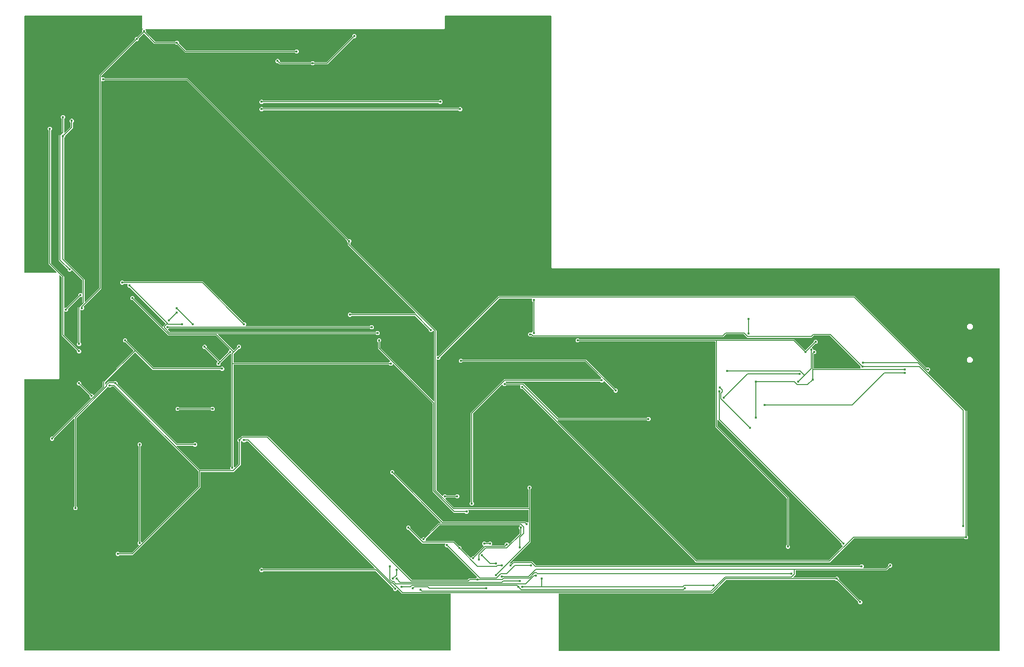
<source format=gbr>
G04 EAGLE Gerber RS-274X export*
G75*
%MOMM*%
%FSLAX34Y34*%
%LPD*%
%INBottom Copper*%
%IPPOS*%
%AMOC8*
5,1,8,0,0,1.08239X$1,22.5*%
G01*
G04 Define Apertures*
%ADD10C,0.127000*%
%ADD11C,0.452400*%
G36*
X-28764Y649398D02*
X-29059Y649328D01*
X-29358Y649379D01*
X-29613Y649542D01*
X-29785Y649792D01*
X-29845Y650090D01*
X-29845Y704369D01*
X-52482Y727006D01*
X-52645Y727248D01*
X-52705Y727545D01*
X-52705Y957984D01*
X-52649Y958270D01*
X-52482Y958523D01*
X-51078Y959927D01*
X-51078Y962853D01*
X-53147Y964922D01*
X-56073Y964922D01*
X-58142Y962853D01*
X-58142Y959927D01*
X-56738Y958523D01*
X-56575Y958282D01*
X-56515Y957984D01*
X-56515Y725651D01*
X-43008Y712144D01*
X-42855Y711924D01*
X-42785Y711629D01*
X-42836Y711330D01*
X-42999Y711075D01*
X-43249Y710903D01*
X-43547Y710843D01*
X-98076Y710843D01*
X-98351Y710894D01*
X-98606Y711058D01*
X-98778Y711308D01*
X-98838Y711605D01*
X-98838Y1157660D01*
X-98787Y1157935D01*
X-98623Y1158190D01*
X-98373Y1158362D01*
X-98076Y1158422D01*
X105476Y1158422D01*
X105751Y1158371D01*
X106006Y1158207D01*
X106178Y1157957D01*
X106238Y1157660D01*
X106238Y1136606D01*
X107211Y1135633D01*
X107369Y1135403D01*
X107434Y1135107D01*
X107378Y1134809D01*
X107211Y1134556D01*
X105688Y1133033D01*
X105688Y1129827D01*
X105695Y1129797D01*
X105639Y1129499D01*
X105472Y1129246D01*
X97581Y1121355D01*
X97340Y1121192D01*
X97042Y1121132D01*
X95057Y1121132D01*
X92988Y1119063D01*
X92988Y1117078D01*
X92932Y1116792D01*
X92765Y1116539D01*
X31115Y1054889D01*
X31115Y684365D01*
X31059Y684079D01*
X30892Y683826D01*
X7016Y659950D01*
X6796Y659797D01*
X6501Y659727D01*
X6202Y659778D01*
X5947Y659941D01*
X5775Y660192D01*
X5715Y660489D01*
X5715Y699289D01*
X-29622Y734626D01*
X-29785Y734868D01*
X-29845Y735165D01*
X-29845Y945284D01*
X-29789Y945570D01*
X-29622Y945823D01*
X-28218Y947227D01*
X-28218Y949212D01*
X-28162Y949498D01*
X-27995Y949751D01*
X-14605Y963141D01*
X-14605Y971954D01*
X-14549Y972240D01*
X-14382Y972493D01*
X-12978Y973897D01*
X-12978Y976823D01*
X-15047Y978892D01*
X-17973Y978892D01*
X-20042Y976823D01*
X-20042Y973897D01*
X-18638Y972493D01*
X-18475Y972252D01*
X-18415Y971954D01*
X-18415Y965035D01*
X-18471Y964749D01*
X-18638Y964496D01*
X-28544Y954590D01*
X-28764Y954437D01*
X-29059Y954367D01*
X-29358Y954418D01*
X-29613Y954581D01*
X-29785Y954832D01*
X-29845Y955129D01*
X-29845Y978304D01*
X-29789Y978590D01*
X-29622Y978843D01*
X-28218Y980247D01*
X-28218Y983173D01*
X-30287Y985242D01*
X-33213Y985242D01*
X-35282Y983173D01*
X-35282Y980247D01*
X-33878Y978843D01*
X-33715Y978602D01*
X-33655Y978304D01*
X-33655Y956145D01*
X-33711Y955859D01*
X-33878Y955606D01*
X-38735Y950749D01*
X-38735Y732001D01*
X-24075Y717341D01*
X-23912Y717100D01*
X-23852Y716802D01*
X-23852Y714817D01*
X-21783Y712748D01*
X-18857Y712748D01*
X-16682Y714923D01*
X-16582Y715086D01*
X-16334Y715261D01*
X-16038Y715326D01*
X-15740Y715271D01*
X-15487Y715103D01*
X1682Y697934D01*
X1845Y697693D01*
X1905Y697395D01*
X1905Y675490D01*
X1858Y675226D01*
X1699Y674968D01*
X1451Y674793D01*
X1155Y674728D01*
X857Y674783D01*
X604Y674951D01*
X193Y675362D01*
X-2733Y675362D01*
X-4802Y673293D01*
X-4802Y671308D01*
X-4858Y671022D01*
X-5025Y670769D01*
X-25609Y650185D01*
X-25851Y650022D01*
X-26148Y649962D01*
X-28133Y649962D01*
X-28544Y649551D01*
X-28764Y649398D01*
G37*
G36*
X1597364Y51825D02*
X1597067Y51765D01*
X831269Y52359D01*
X830995Y52410D01*
X830740Y52574D01*
X830568Y52824D01*
X830508Y53121D01*
X830508Y149601D01*
X830511Y151005D01*
X830562Y151278D01*
X830725Y151533D01*
X830976Y151705D01*
X831273Y151765D01*
X1098069Y151765D01*
X1121976Y175672D01*
X1122218Y175835D01*
X1122515Y175895D01*
X1311044Y175895D01*
X1311330Y175839D01*
X1311583Y175672D01*
X1312987Y174268D01*
X1314972Y174268D01*
X1315258Y174212D01*
X1315511Y174045D01*
X1351335Y138221D01*
X1351498Y137980D01*
X1351558Y137682D01*
X1351558Y135697D01*
X1353627Y133628D01*
X1356553Y133628D01*
X1358622Y135697D01*
X1358622Y138623D01*
X1356553Y140692D01*
X1354568Y140692D01*
X1354282Y140748D01*
X1354029Y140915D01*
X1318205Y176739D01*
X1318042Y176981D01*
X1317982Y177278D01*
X1317982Y179263D01*
X1315913Y181332D01*
X1312987Y181332D01*
X1311583Y179928D01*
X1311342Y179765D01*
X1311044Y179705D01*
X1239609Y179705D01*
X1239345Y179752D01*
X1239087Y179911D01*
X1238912Y180159D01*
X1238847Y180455D01*
X1238902Y180753D01*
X1239070Y181006D01*
X1242695Y184631D01*
X1242695Y191643D01*
X1242746Y191918D01*
X1242910Y192173D01*
X1243160Y192345D01*
X1243457Y192405D01*
X1401599Y192405D01*
X1406099Y196905D01*
X1406341Y197068D01*
X1406638Y197128D01*
X1408623Y197128D01*
X1410692Y199197D01*
X1410692Y202123D01*
X1408623Y204192D01*
X1405697Y204192D01*
X1403628Y202123D01*
X1403628Y200138D01*
X1403572Y199852D01*
X1403405Y199599D01*
X1400244Y196438D01*
X1400003Y196275D01*
X1399705Y196215D01*
X1361290Y196215D01*
X1361026Y196262D01*
X1360768Y196421D01*
X1360593Y196669D01*
X1360528Y196965D01*
X1360583Y197263D01*
X1360751Y197516D01*
X1361162Y197927D01*
X1361162Y200853D01*
X1359093Y202922D01*
X1356167Y202922D01*
X1354763Y201518D01*
X1354522Y201355D01*
X1354224Y201295D01*
X791045Y201295D01*
X790759Y201351D01*
X790506Y201518D01*
X784379Y207645D01*
X751051Y207645D01*
X747821Y204415D01*
X747580Y204252D01*
X747282Y204192D01*
X745936Y204192D01*
X745672Y204239D01*
X745414Y204398D01*
X745239Y204646D01*
X745174Y204942D01*
X745229Y205240D01*
X745397Y205493D01*
X781685Y241781D01*
X781685Y333144D01*
X781741Y333430D01*
X781908Y333683D01*
X783312Y335087D01*
X783312Y338013D01*
X781243Y340082D01*
X778317Y340082D01*
X776248Y338013D01*
X776248Y335087D01*
X777652Y333683D01*
X777815Y333442D01*
X777875Y333144D01*
X777875Y302387D01*
X777824Y302112D01*
X777660Y301857D01*
X777410Y301685D01*
X777113Y301625D01*
X648805Y301625D01*
X648519Y301681D01*
X648266Y301848D01*
X633637Y316477D01*
X633484Y316697D01*
X633414Y316992D01*
X633465Y317291D01*
X633628Y317546D01*
X633828Y317683D01*
X635327Y319182D01*
X635568Y319345D01*
X635866Y319405D01*
X650644Y319405D01*
X650930Y319349D01*
X651183Y319182D01*
X652587Y317778D01*
X655513Y317778D01*
X657582Y319847D01*
X657582Y322773D01*
X655513Y324842D01*
X652587Y324842D01*
X651183Y323438D01*
X650942Y323275D01*
X650644Y323215D01*
X635866Y323215D01*
X635580Y323271D01*
X635327Y323438D01*
X633923Y324842D01*
X630997Y324842D01*
X628822Y322667D01*
X628722Y322504D01*
X628474Y322329D01*
X628178Y322264D01*
X627880Y322319D01*
X627627Y322487D01*
X618078Y332036D01*
X617915Y332278D01*
X617855Y332575D01*
X617855Y558950D01*
X617902Y559214D01*
X618061Y559472D01*
X618309Y559647D01*
X618605Y559712D01*
X618903Y559657D01*
X619156Y559489D01*
X619567Y559078D01*
X622493Y559078D01*
X624562Y561147D01*
X624562Y563132D01*
X624618Y563418D01*
X624785Y563671D01*
X727006Y665892D01*
X727248Y666055D01*
X727545Y666115D01*
X783740Y666115D01*
X784004Y666068D01*
X784262Y665909D01*
X784437Y665661D01*
X784502Y665365D01*
X784447Y665067D01*
X784279Y664814D01*
X783868Y664403D01*
X783868Y661477D01*
X785272Y660073D01*
X785435Y659832D01*
X785495Y659534D01*
X785495Y609196D01*
X785439Y608910D01*
X785272Y608657D01*
X783865Y607250D01*
X783821Y607003D01*
X783662Y606745D01*
X783414Y606570D01*
X783118Y606505D01*
X782820Y606560D01*
X782567Y606728D01*
X782513Y606782D01*
X779587Y606782D01*
X777518Y604713D01*
X777518Y601787D01*
X779587Y599718D01*
X782513Y599718D01*
X782932Y600137D01*
X783162Y600295D01*
X783458Y600360D01*
X783756Y600304D01*
X784009Y600137D01*
X785341Y598805D01*
X1117119Y598805D01*
X1121976Y603662D01*
X1122218Y603825D01*
X1122515Y603885D01*
X1152055Y603885D01*
X1152341Y603829D01*
X1152594Y603662D01*
X1158721Y597535D01*
X1270789Y597535D01*
X1274376Y601122D01*
X1274618Y601285D01*
X1274915Y601345D01*
X1301915Y601345D01*
X1302201Y601289D01*
X1302454Y601122D01*
X1355145Y548431D01*
X1355308Y548190D01*
X1355368Y547892D01*
X1355368Y545907D01*
X1355779Y545496D01*
X1355932Y545276D01*
X1356002Y544981D01*
X1355951Y544682D01*
X1355788Y544427D01*
X1355538Y544255D01*
X1355240Y544195D01*
X1275207Y544195D01*
X1274932Y544246D01*
X1274677Y544410D01*
X1274505Y544660D01*
X1274445Y544957D01*
X1274445Y568476D01*
X1274496Y568751D01*
X1274660Y569006D01*
X1274910Y569178D01*
X1275207Y569238D01*
X1276543Y569238D01*
X1278612Y571307D01*
X1278612Y574233D01*
X1276543Y576302D01*
X1274294Y576302D01*
X1274019Y576353D01*
X1273764Y576517D01*
X1273592Y576767D01*
X1273532Y577064D01*
X1273532Y578043D01*
X1271357Y580218D01*
X1271194Y580318D01*
X1271019Y580566D01*
X1270954Y580862D01*
X1271009Y581160D01*
X1271177Y581413D01*
X1276559Y586795D01*
X1276801Y586958D01*
X1277098Y587018D01*
X1279083Y587018D01*
X1281152Y589087D01*
X1281152Y592013D01*
X1279083Y594082D01*
X1276157Y594082D01*
X1274088Y592013D01*
X1274088Y590028D01*
X1274032Y589742D01*
X1273865Y589489D01*
X1260901Y576525D01*
X1260660Y576362D01*
X1260362Y576302D01*
X1259318Y576302D01*
X1259032Y576358D01*
X1258779Y576525D01*
X1240309Y594995D01*
X867006Y594995D01*
X866720Y595051D01*
X866467Y595218D01*
X865063Y596622D01*
X862137Y596622D01*
X860068Y594553D01*
X860068Y591627D01*
X862137Y589558D01*
X865063Y589558D01*
X866467Y590962D01*
X866708Y591125D01*
X867006Y591185D01*
X1102233Y591185D01*
X1102508Y591134D01*
X1102763Y590970D01*
X1102935Y590720D01*
X1102995Y590423D01*
X1102995Y442441D01*
X1227232Y318204D01*
X1227395Y317963D01*
X1227455Y317665D01*
X1227455Y237086D01*
X1227399Y236800D01*
X1227232Y236547D01*
X1225828Y235143D01*
X1225828Y232217D01*
X1227897Y230148D01*
X1230823Y230148D01*
X1232892Y232217D01*
X1232892Y235143D01*
X1231488Y236547D01*
X1231325Y236788D01*
X1231265Y237086D01*
X1231265Y319559D01*
X1107028Y443796D01*
X1106865Y444038D01*
X1106805Y444335D01*
X1106805Y453301D01*
X1106852Y453565D01*
X1107011Y453823D01*
X1107259Y453998D01*
X1107555Y454063D01*
X1107853Y454008D01*
X1108106Y453840D01*
X1322125Y239821D01*
X1322288Y239580D01*
X1322348Y239282D01*
X1322348Y237297D01*
X1324523Y235122D01*
X1324686Y235022D01*
X1324861Y234774D01*
X1324926Y234478D01*
X1324871Y234180D01*
X1324703Y233927D01*
X1301184Y210408D01*
X1300943Y210245D01*
X1300645Y210185D01*
X1071715Y210185D01*
X1071429Y210241D01*
X1071176Y210408D01*
X828860Y452724D01*
X828707Y452944D01*
X828637Y453239D01*
X828688Y453538D01*
X828851Y453793D01*
X829102Y453965D01*
X829399Y454025D01*
X983384Y454025D01*
X983670Y453969D01*
X983923Y453802D01*
X985327Y452398D01*
X988253Y452398D01*
X990322Y454467D01*
X990322Y457393D01*
X988253Y459462D01*
X985327Y459462D01*
X983923Y458058D01*
X983682Y457895D01*
X983384Y457835D01*
X830415Y457835D01*
X830129Y457891D01*
X829876Y458058D01*
X769139Y518795D01*
X740006Y518795D01*
X739720Y518851D01*
X739467Y519018D01*
X738451Y520034D01*
X738298Y520254D01*
X738228Y520549D01*
X738279Y520848D01*
X738442Y521103D01*
X738692Y521275D01*
X738990Y521335D01*
X902104Y521335D01*
X902390Y521279D01*
X902643Y521112D01*
X904047Y519708D01*
X906973Y519708D01*
X909148Y521883D01*
X909248Y522046D01*
X909496Y522221D01*
X909792Y522286D01*
X910090Y522231D01*
X910343Y522063D01*
X925885Y506521D01*
X926048Y506280D01*
X926108Y505982D01*
X926108Y503997D01*
X928177Y501928D01*
X931103Y501928D01*
X933172Y503997D01*
X933172Y506923D01*
X931103Y508992D01*
X929118Y508992D01*
X928832Y509048D01*
X928579Y509215D01*
X878359Y559435D01*
X663806Y559435D01*
X663520Y559491D01*
X663267Y559658D01*
X661863Y561062D01*
X658937Y561062D01*
X656868Y558993D01*
X656868Y556067D01*
X658937Y553998D01*
X661863Y553998D01*
X663267Y555402D01*
X663508Y555565D01*
X663806Y555625D01*
X876465Y555625D01*
X876751Y555569D01*
X877004Y555402D01*
X904333Y528073D01*
X904486Y527853D01*
X904556Y527558D01*
X904505Y527259D01*
X904342Y527004D01*
X904142Y526867D01*
X902643Y525368D01*
X902402Y525205D01*
X902104Y525145D01*
X735811Y525145D01*
X677545Y466879D01*
X677545Y312016D01*
X677489Y311730D01*
X677322Y311477D01*
X675918Y310073D01*
X675918Y307147D01*
X677987Y305078D01*
X680913Y305078D01*
X682982Y307147D01*
X682982Y310073D01*
X681578Y311477D01*
X681415Y311718D01*
X681355Y312016D01*
X681355Y464985D01*
X681411Y465271D01*
X681578Y465524D01*
X731767Y515713D01*
X731987Y515866D01*
X732282Y515936D01*
X732581Y515885D01*
X732836Y515722D01*
X732973Y515522D01*
X735137Y513358D01*
X738063Y513358D01*
X739467Y514762D01*
X739708Y514925D01*
X740006Y514985D01*
X763420Y514985D01*
X763684Y514938D01*
X763942Y514779D01*
X764117Y514531D01*
X764182Y514235D01*
X764127Y513937D01*
X763959Y513684D01*
X763548Y513273D01*
X763548Y510347D01*
X765617Y508278D01*
X767602Y508278D01*
X767888Y508222D01*
X768141Y508055D01*
X1069821Y206375D01*
X1302539Y206375D01*
X1344226Y248062D01*
X1344468Y248225D01*
X1344765Y248285D01*
X1535834Y248285D01*
X1536120Y248229D01*
X1536373Y248062D01*
X1537777Y246658D01*
X1540703Y246658D01*
X1542772Y248727D01*
X1542772Y251653D01*
X1541368Y253057D01*
X1541205Y253298D01*
X1541145Y253596D01*
X1541145Y470689D01*
X1474377Y537457D01*
X1474224Y537677D01*
X1474154Y537972D01*
X1474205Y538271D01*
X1474368Y538526D01*
X1474568Y538663D01*
X1476732Y540827D01*
X1476732Y543753D01*
X1474663Y545822D01*
X1471737Y545822D01*
X1471318Y545403D01*
X1471088Y545245D01*
X1470792Y545180D01*
X1470494Y545236D01*
X1470241Y545403D01*
X1345719Y669925D01*
X725651Y669925D01*
X622091Y566365D01*
X621850Y566202D01*
X621552Y566142D01*
X619567Y566142D01*
X619156Y565731D01*
X618936Y565578D01*
X618641Y565508D01*
X618342Y565559D01*
X618087Y565722D01*
X617915Y565972D01*
X617855Y566270D01*
X617855Y610389D01*
X468218Y760026D01*
X468055Y760268D01*
X467995Y760565D01*
X467995Y762404D01*
X468051Y762690D01*
X468218Y762943D01*
X469622Y764347D01*
X469622Y767273D01*
X467553Y769342D01*
X465568Y769342D01*
X465282Y769398D01*
X465029Y769565D01*
X184939Y1049655D01*
X41506Y1049655D01*
X41220Y1049711D01*
X40967Y1049878D01*
X39563Y1051282D01*
X36637Y1051282D01*
X36226Y1050871D01*
X36006Y1050718D01*
X35711Y1050648D01*
X35412Y1050699D01*
X35157Y1050862D01*
X34985Y1051112D01*
X34925Y1051410D01*
X34925Y1052995D01*
X34981Y1053281D01*
X35148Y1053534D01*
X95459Y1113845D01*
X95701Y1114008D01*
X95998Y1114068D01*
X97983Y1114068D01*
X100052Y1116137D01*
X100052Y1118122D01*
X100108Y1118408D01*
X100275Y1118661D01*
X108681Y1127067D01*
X108912Y1127225D01*
X109208Y1127290D01*
X109506Y1127235D01*
X109759Y1127067D01*
X127481Y1109345D01*
X162964Y1109345D01*
X163250Y1109289D01*
X163503Y1109122D01*
X164907Y1107718D01*
X166892Y1107718D01*
X167178Y1107662D01*
X167431Y1107495D01*
X180821Y1094105D01*
X371244Y1094105D01*
X371530Y1094049D01*
X371783Y1093882D01*
X373187Y1092478D01*
X376113Y1092478D01*
X378182Y1094547D01*
X378182Y1097473D01*
X376113Y1099542D01*
X373187Y1099542D01*
X371783Y1098138D01*
X371542Y1097975D01*
X371244Y1097915D01*
X182715Y1097915D01*
X182429Y1097971D01*
X182176Y1098138D01*
X170125Y1110189D01*
X169962Y1110431D01*
X169902Y1110728D01*
X169902Y1112713D01*
X167833Y1114782D01*
X164907Y1114782D01*
X163503Y1113378D01*
X163262Y1113215D01*
X162964Y1113155D01*
X129375Y1113155D01*
X129089Y1113211D01*
X128836Y1113378D01*
X112968Y1129246D01*
X112810Y1129476D01*
X112745Y1129772D01*
X112752Y1129808D01*
X112752Y1133033D01*
X112098Y1133687D01*
X111945Y1133907D01*
X111875Y1134202D01*
X111926Y1134501D01*
X112089Y1134756D01*
X112339Y1134928D01*
X112637Y1134988D01*
X631144Y1134988D01*
X632762Y1136606D01*
X632762Y1157476D01*
X632813Y1157751D01*
X632977Y1158006D01*
X633227Y1158178D01*
X633524Y1158238D01*
X817076Y1158238D01*
X817351Y1158187D01*
X817606Y1158023D01*
X817778Y1157773D01*
X817838Y1157476D01*
X817838Y719856D01*
X819456Y718238D01*
X1597067Y718238D01*
X1597342Y718187D01*
X1597597Y718023D01*
X1597769Y717773D01*
X1597829Y717476D01*
X1597829Y52527D01*
X1597778Y52252D01*
X1597614Y51996D01*
X1597364Y51825D01*
G37*
%LPC*%
G36*
X401127Y1072158D02*
X404053Y1072158D01*
X405457Y1073562D01*
X405698Y1073725D01*
X405996Y1073785D01*
X428779Y1073785D01*
X473919Y1118925D01*
X474161Y1119088D01*
X474458Y1119148D01*
X476443Y1119148D01*
X478512Y1121217D01*
X478512Y1124143D01*
X476443Y1126212D01*
X473517Y1126212D01*
X471448Y1124143D01*
X471448Y1122158D01*
X471392Y1121872D01*
X471225Y1121619D01*
X427424Y1077818D01*
X427183Y1077655D01*
X426885Y1077595D01*
X405996Y1077595D01*
X405710Y1077651D01*
X405457Y1077818D01*
X404053Y1079222D01*
X401127Y1079222D01*
X399723Y1077818D01*
X399482Y1077655D01*
X399184Y1077595D01*
X346545Y1077595D01*
X346259Y1077651D01*
X346006Y1077818D01*
X345385Y1078439D01*
X345222Y1078681D01*
X345162Y1078978D01*
X345162Y1080963D01*
X343093Y1083032D01*
X340167Y1083032D01*
X338098Y1080963D01*
X338098Y1078037D01*
X340167Y1075968D01*
X342152Y1075968D01*
X342438Y1075912D01*
X342691Y1075745D01*
X344651Y1073785D01*
X399184Y1073785D01*
X399470Y1073729D01*
X399723Y1073562D01*
X401127Y1072158D01*
G37*
G36*
X312227Y1004848D02*
X315153Y1004848D01*
X316557Y1006252D01*
X316798Y1006415D01*
X317096Y1006475D01*
X621434Y1006475D01*
X621720Y1006419D01*
X621973Y1006252D01*
X623377Y1004848D01*
X626303Y1004848D01*
X628372Y1006917D01*
X628372Y1009843D01*
X626303Y1011912D01*
X623377Y1011912D01*
X621973Y1010508D01*
X621732Y1010345D01*
X621434Y1010285D01*
X317096Y1010285D01*
X316810Y1010341D01*
X316557Y1010508D01*
X315153Y1011912D01*
X312227Y1011912D01*
X310158Y1009843D01*
X310158Y1006917D01*
X312227Y1004848D01*
G37*
G36*
X312227Y992148D02*
X315153Y992148D01*
X316557Y993552D01*
X316798Y993715D01*
X317096Y993775D01*
X655724Y993775D01*
X656010Y993719D01*
X656263Y993552D01*
X657667Y992148D01*
X660593Y992148D01*
X662662Y994217D01*
X662662Y997143D01*
X660593Y999212D01*
X657667Y999212D01*
X656263Y997808D01*
X656022Y997645D01*
X655724Y997585D01*
X317096Y997585D01*
X316810Y997641D01*
X316557Y997808D01*
X315153Y999212D01*
X312227Y999212D01*
X310158Y997143D01*
X310158Y994217D01*
X312227Y992148D01*
G37*
G36*
X1543735Y611650D02*
X1548085Y611650D01*
X1551160Y614725D01*
X1551160Y619075D01*
X1548085Y622150D01*
X1543735Y622150D01*
X1540660Y619075D01*
X1540660Y614725D01*
X1543735Y611650D01*
G37*
G36*
X1543735Y553850D02*
X1548085Y553850D01*
X1551160Y556925D01*
X1551160Y561275D01*
X1548085Y564350D01*
X1543735Y564350D01*
X1540660Y561275D01*
X1540660Y556925D01*
X1543735Y553850D01*
G37*
%LPD*%
G36*
X642087Y52833D02*
X641790Y52773D01*
X-97995Y52773D01*
X-98270Y52824D01*
X-98525Y52987D01*
X-98697Y53238D01*
X-98757Y53535D01*
X-98757Y524407D01*
X-98706Y524682D01*
X-98542Y524937D01*
X-98292Y525109D01*
X-97995Y525169D01*
X-39937Y525169D01*
X-38319Y526787D01*
X-38319Y705615D01*
X-38272Y705879D01*
X-38113Y706137D01*
X-37865Y706312D01*
X-37569Y706377D01*
X-37271Y706322D01*
X-37018Y706154D01*
X-33878Y703014D01*
X-33715Y702773D01*
X-33655Y702475D01*
X-33655Y601191D01*
X-7565Y575101D01*
X-7402Y574860D01*
X-7342Y574562D01*
X-7342Y572577D01*
X-5273Y570508D01*
X-2347Y570508D01*
X-278Y572577D01*
X-278Y575503D01*
X-2347Y577572D01*
X-4332Y577572D01*
X-4618Y577628D01*
X-4871Y577795D01*
X-29622Y602546D01*
X-29785Y602788D01*
X-29845Y603085D01*
X-29845Y642770D01*
X-29798Y643034D01*
X-29639Y643292D01*
X-29391Y643467D01*
X-29095Y643532D01*
X-28797Y643477D01*
X-28544Y643309D01*
X-28133Y642898D01*
X-25207Y642898D01*
X-23138Y644967D01*
X-23138Y646952D01*
X-23082Y647238D01*
X-22915Y647491D01*
X-2331Y668075D01*
X-2090Y668238D01*
X-1792Y668298D01*
X193Y668298D01*
X604Y668709D01*
X824Y668862D01*
X1119Y668932D01*
X1418Y668881D01*
X1673Y668718D01*
X1845Y668468D01*
X1905Y668170D01*
X1905Y658965D01*
X1849Y658679D01*
X1682Y658426D01*
X-5715Y651029D01*
X-5715Y590146D01*
X-5771Y589860D01*
X-5938Y589607D01*
X-7342Y588203D01*
X-7342Y585277D01*
X-5273Y583208D01*
X-2347Y583208D01*
X-278Y585277D01*
X-278Y588203D01*
X-1682Y589607D01*
X-1845Y589848D01*
X-1905Y590146D01*
X-1905Y645310D01*
X-1858Y645574D01*
X-1699Y645832D01*
X-1451Y646007D01*
X-1155Y646072D01*
X-857Y646017D01*
X-604Y645849D01*
X-193Y645438D01*
X2733Y645438D01*
X4802Y647507D01*
X4802Y650433D01*
X4383Y650852D01*
X4225Y651082D01*
X4160Y651378D01*
X4216Y651676D01*
X4383Y651929D01*
X34925Y682471D01*
X34925Y1044090D01*
X34972Y1044354D01*
X35131Y1044612D01*
X35379Y1044787D01*
X35675Y1044852D01*
X35973Y1044797D01*
X36226Y1044629D01*
X36637Y1044218D01*
X39563Y1044218D01*
X40967Y1045622D01*
X41208Y1045785D01*
X41506Y1045845D01*
X183045Y1045845D01*
X183331Y1045789D01*
X183584Y1045622D01*
X462335Y766871D01*
X462498Y766630D01*
X462558Y766332D01*
X462558Y764347D01*
X463962Y762943D01*
X464125Y762702D01*
X464185Y762404D01*
X464185Y758671D01*
X582110Y640746D01*
X582263Y640526D01*
X582333Y640231D01*
X582282Y639932D01*
X582119Y639677D01*
X581869Y639505D01*
X581571Y639445D01*
X470766Y639445D01*
X470480Y639501D01*
X470227Y639668D01*
X468823Y641072D01*
X465897Y641072D01*
X463828Y639003D01*
X463828Y636077D01*
X465897Y634008D01*
X468823Y634008D01*
X470227Y635412D01*
X470468Y635575D01*
X470766Y635635D01*
X580555Y635635D01*
X580841Y635579D01*
X581094Y635412D01*
X604575Y611931D01*
X604738Y611690D01*
X604798Y611392D01*
X604798Y609407D01*
X606867Y607338D01*
X609793Y607338D01*
X611968Y609513D01*
X612068Y609676D01*
X612316Y609851D01*
X612612Y609916D01*
X612910Y609861D01*
X613163Y609693D01*
X613822Y609034D01*
X613985Y608793D01*
X614045Y608495D01*
X614045Y487769D01*
X613998Y487505D01*
X613839Y487247D01*
X613591Y487072D01*
X613295Y487007D01*
X612997Y487062D01*
X612744Y487230D01*
X520288Y579686D01*
X520125Y579928D01*
X520065Y580225D01*
X520065Y589684D01*
X520121Y589970D01*
X520288Y590223D01*
X521692Y591627D01*
X521692Y594553D01*
X519623Y596622D01*
X516697Y596622D01*
X514628Y594553D01*
X514628Y591627D01*
X516032Y590223D01*
X516195Y589982D01*
X516255Y589684D01*
X516255Y578331D01*
X537303Y557283D01*
X537456Y557063D01*
X537526Y556768D01*
X537475Y556469D01*
X537312Y556214D01*
X537112Y556077D01*
X535613Y554578D01*
X535372Y554415D01*
X535074Y554355D01*
X265557Y554355D01*
X265282Y554406D01*
X265027Y554570D01*
X264855Y554820D01*
X264795Y555117D01*
X264795Y569125D01*
X264851Y569411D01*
X265018Y569664D01*
X273259Y577905D01*
X273501Y578068D01*
X273798Y578128D01*
X275783Y578128D01*
X277852Y580197D01*
X277852Y583123D01*
X275783Y585192D01*
X272857Y585192D01*
X270788Y583123D01*
X270788Y581138D01*
X270732Y580852D01*
X270565Y580599D01*
X265969Y576003D01*
X265738Y575845D01*
X265442Y575780D01*
X265144Y575835D01*
X264891Y576003D01*
X238310Y602584D01*
X238157Y602804D01*
X238087Y603099D01*
X238138Y603398D01*
X238301Y603653D01*
X238552Y603825D01*
X238849Y603885D01*
X512214Y603885D01*
X512500Y603829D01*
X512753Y603662D01*
X514157Y602258D01*
X517083Y602258D01*
X519152Y604327D01*
X519152Y607253D01*
X517083Y609322D01*
X514157Y609322D01*
X512753Y607918D01*
X512512Y607755D01*
X512214Y607695D01*
X154775Y607695D01*
X154489Y607751D01*
X154236Y607918D01*
X151037Y611117D01*
X150884Y611337D01*
X150814Y611632D01*
X150865Y611931D01*
X151028Y612186D01*
X151228Y612323D01*
X152727Y613822D01*
X152968Y613985D01*
X153266Y614045D01*
X502054Y614045D01*
X502340Y613989D01*
X502593Y613822D01*
X503997Y612418D01*
X506923Y612418D01*
X508992Y614487D01*
X508992Y617413D01*
X506923Y619482D01*
X503997Y619482D01*
X502593Y618078D01*
X502352Y617915D01*
X502054Y617855D01*
X286870Y617855D01*
X286606Y617902D01*
X286348Y618061D01*
X286173Y618309D01*
X286108Y618605D01*
X286163Y618903D01*
X286331Y619156D01*
X286742Y619567D01*
X286742Y622493D01*
X284673Y624562D01*
X282688Y624562D01*
X282402Y624618D01*
X282149Y624785D01*
X211609Y695325D01*
X74526Y695325D01*
X74240Y695381D01*
X73987Y695548D01*
X72583Y696952D01*
X69657Y696952D01*
X67588Y694883D01*
X67588Y691957D01*
X69657Y689888D01*
X72583Y689888D01*
X73987Y691292D01*
X74228Y691455D01*
X74526Y691515D01*
X80160Y691515D01*
X80424Y691468D01*
X80682Y691309D01*
X80857Y691061D01*
X80922Y690765D01*
X80867Y690467D01*
X80699Y690214D01*
X80288Y689803D01*
X80288Y686877D01*
X82357Y684808D01*
X84342Y684808D01*
X84628Y684752D01*
X84881Y684585D01*
X146627Y622839D01*
X146785Y622608D01*
X146850Y622312D01*
X146795Y622014D01*
X146627Y621761D01*
X142875Y618009D01*
X142875Y617309D01*
X142828Y617045D01*
X142669Y616787D01*
X142421Y616612D01*
X142125Y616547D01*
X141827Y616602D01*
X141574Y616770D01*
X92655Y665689D01*
X92492Y665931D01*
X92432Y666228D01*
X92432Y668213D01*
X90363Y670282D01*
X87437Y670282D01*
X85368Y668213D01*
X85368Y665287D01*
X87437Y663218D01*
X89422Y663218D01*
X89708Y663162D01*
X89961Y662995D01*
X151611Y601345D01*
X233845Y601345D01*
X234131Y601289D01*
X234384Y601122D01*
X257903Y577603D01*
X258056Y577383D01*
X258126Y577088D01*
X258075Y576789D01*
X257912Y576534D01*
X257712Y576397D01*
X255548Y574233D01*
X255548Y572248D01*
X255492Y571962D01*
X255325Y571709D01*
X241839Y558223D01*
X241608Y558065D01*
X241312Y558000D01*
X241014Y558055D01*
X240761Y558223D01*
X218385Y580599D01*
X218222Y580841D01*
X218162Y581138D01*
X218162Y583123D01*
X216093Y585192D01*
X213167Y585192D01*
X211098Y583123D01*
X211098Y580197D01*
X213167Y578128D01*
X215152Y578128D01*
X215438Y578072D01*
X215691Y577905D01*
X236917Y556679D01*
X237075Y556449D01*
X237140Y556153D01*
X237084Y555855D01*
X236917Y555602D01*
X235228Y553913D01*
X235228Y550987D01*
X237297Y548918D01*
X240223Y548918D01*
X242292Y550987D01*
X242292Y552972D01*
X242348Y553258D01*
X242515Y553511D01*
X258019Y569015D01*
X258261Y569178D01*
X258558Y569238D01*
X260223Y569238D01*
X260498Y569187D01*
X260753Y569023D01*
X260925Y568773D01*
X260985Y568476D01*
X260985Y374246D01*
X260929Y373960D01*
X260762Y373707D01*
X259358Y372303D01*
X259358Y369377D01*
X259769Y368966D01*
X259922Y368746D01*
X259992Y368451D01*
X259941Y368152D01*
X259778Y367897D01*
X259528Y367725D01*
X259230Y367665D01*
X206845Y367665D01*
X206559Y367721D01*
X206306Y367888D01*
X165920Y408274D01*
X165767Y408494D01*
X165697Y408789D01*
X165748Y409088D01*
X165911Y409343D01*
X166162Y409515D01*
X166459Y409575D01*
X194714Y409575D01*
X195000Y409519D01*
X195253Y409352D01*
X196657Y407948D01*
X199583Y407948D01*
X201652Y410017D01*
X201652Y412943D01*
X199583Y415012D01*
X196657Y415012D01*
X195253Y413608D01*
X195012Y413445D01*
X194714Y413385D01*
X167475Y413385D01*
X167189Y413441D01*
X166936Y413608D01*
X63445Y517099D01*
X63282Y517341D01*
X63222Y517638D01*
X63222Y519623D01*
X61153Y521692D01*
X58227Y521692D01*
X58093Y521558D01*
X57852Y521395D01*
X57554Y521335D01*
X47471Y521335D01*
X42576Y516440D01*
X42356Y516287D01*
X42061Y516217D01*
X41762Y516268D01*
X41507Y516431D01*
X41335Y516682D01*
X41275Y516979D01*
X41275Y519595D01*
X41331Y519881D01*
X41498Y520134D01*
X93441Y572077D01*
X93672Y572235D01*
X93968Y572300D01*
X94266Y572245D01*
X94519Y572077D01*
X124941Y541655D01*
X241704Y541655D01*
X241990Y541599D01*
X242243Y541432D01*
X243647Y540028D01*
X246573Y540028D01*
X248642Y542097D01*
X248642Y545023D01*
X246573Y547092D01*
X243647Y547092D01*
X242243Y545688D01*
X242002Y545525D01*
X241704Y545465D01*
X126835Y545465D01*
X126549Y545521D01*
X126296Y545688D01*
X79955Y592029D01*
X79792Y592271D01*
X79732Y592568D01*
X79732Y594553D01*
X77663Y596622D01*
X74737Y596622D01*
X72668Y594553D01*
X72668Y591627D01*
X74737Y589558D01*
X76722Y589558D01*
X77008Y589502D01*
X77261Y589335D01*
X90747Y575849D01*
X90905Y575618D01*
X90970Y575322D01*
X90915Y575024D01*
X90747Y574771D01*
X37465Y521489D01*
X37465Y512915D01*
X37409Y512629D01*
X37242Y512376D01*
X22613Y497747D01*
X22393Y497594D01*
X22098Y497524D01*
X21799Y497575D01*
X21544Y497738D01*
X21407Y497938D01*
X19243Y500102D01*
X17258Y500102D01*
X16972Y500158D01*
X16719Y500325D01*
X-55Y517099D01*
X-218Y517341D01*
X-278Y517638D01*
X-278Y519623D01*
X-2347Y521692D01*
X-5273Y521692D01*
X-7342Y519623D01*
X-7342Y516697D01*
X-5273Y514628D01*
X-3288Y514628D01*
X-3002Y514572D01*
X-2749Y514405D01*
X14025Y497631D01*
X14188Y497390D01*
X14248Y497092D01*
X14248Y495107D01*
X16423Y492932D01*
X16586Y492832D01*
X16761Y492584D01*
X16826Y492288D01*
X16771Y491990D01*
X16603Y491737D01*
X-49739Y425395D01*
X-49981Y425232D01*
X-50278Y425172D01*
X-52263Y425172D01*
X-54332Y423103D01*
X-54332Y420177D01*
X-52263Y418108D01*
X-49337Y418108D01*
X-47268Y420177D01*
X-47268Y422162D01*
X-47212Y422448D01*
X-47045Y422701D01*
X-13366Y456380D01*
X-13146Y456533D01*
X-12851Y456603D01*
X-12552Y456552D01*
X-12297Y456389D01*
X-12125Y456139D01*
X-12065Y455841D01*
X-12065Y304396D01*
X-12121Y304110D01*
X-12288Y303857D01*
X-13692Y302453D01*
X-13692Y299527D01*
X-11623Y297458D01*
X-8697Y297458D01*
X-6628Y299527D01*
X-6628Y302453D01*
X-8032Y303857D01*
X-8195Y304098D01*
X-8255Y304396D01*
X-8255Y457365D01*
X-8199Y457651D01*
X-8032Y457904D01*
X45936Y511872D01*
X46166Y512030D01*
X46462Y512095D01*
X46761Y512039D01*
X47013Y511872D01*
X48067Y510818D01*
X50993Y510818D01*
X52397Y512222D01*
X52638Y512385D01*
X52936Y512445D01*
X56045Y512445D01*
X56331Y512389D01*
X56584Y512222D01*
X203612Y365194D01*
X203775Y364953D01*
X203835Y364655D01*
X203835Y338925D01*
X203779Y338639D01*
X203612Y338386D01*
X106433Y241207D01*
X106213Y241054D01*
X105918Y240984D01*
X105619Y241035D01*
X105364Y241198D01*
X105227Y241398D01*
X103728Y242897D01*
X103565Y243138D01*
X103505Y243436D01*
X103505Y408074D01*
X103561Y408360D01*
X103728Y408613D01*
X105132Y410017D01*
X105132Y412943D01*
X103063Y415012D01*
X100137Y415012D01*
X98068Y412943D01*
X98068Y410017D01*
X99472Y408613D01*
X99635Y408372D01*
X99695Y408074D01*
X99695Y243436D01*
X99639Y243150D01*
X99472Y242897D01*
X98068Y241493D01*
X98068Y238567D01*
X100243Y236392D01*
X100406Y236292D01*
X100581Y236044D01*
X100646Y235748D01*
X100591Y235450D01*
X100423Y235197D01*
X88334Y223108D01*
X88093Y222945D01*
X87795Y222885D01*
X66906Y222885D01*
X66620Y222941D01*
X66367Y223108D01*
X64963Y224512D01*
X62037Y224512D01*
X59968Y222443D01*
X59968Y219517D01*
X62037Y217448D01*
X64963Y217448D01*
X66367Y218852D01*
X66608Y219015D01*
X66906Y219075D01*
X89689Y219075D01*
X207645Y337031D01*
X207645Y363093D01*
X207696Y363368D01*
X207860Y363623D01*
X208110Y363795D01*
X208407Y363855D01*
X264949Y363855D01*
X277495Y376401D01*
X277495Y415694D01*
X277551Y415980D01*
X277718Y416233D01*
X278861Y417376D01*
X279092Y417534D01*
X279388Y417599D01*
X279686Y417544D01*
X279939Y417376D01*
X281747Y415568D01*
X284673Y415568D01*
X286077Y416972D01*
X286318Y417135D01*
X286616Y417195D01*
X289725Y417195D01*
X290011Y417139D01*
X290264Y416972D01*
X510990Y196246D01*
X511143Y196026D01*
X511213Y195731D01*
X511162Y195432D01*
X510999Y195177D01*
X510749Y195005D01*
X510451Y194945D01*
X317096Y194945D01*
X316810Y195001D01*
X316557Y195168D01*
X315153Y196572D01*
X312227Y196572D01*
X310158Y194503D01*
X310158Y191577D01*
X312227Y189508D01*
X315153Y189508D01*
X316557Y190912D01*
X316798Y191075D01*
X317096Y191135D01*
X511975Y191135D01*
X512261Y191079D01*
X512514Y190912D01*
X542345Y161081D01*
X542508Y160840D01*
X542568Y160542D01*
X542568Y158557D01*
X544637Y156488D01*
X547563Y156488D01*
X549738Y158663D01*
X549838Y158826D01*
X550086Y159001D01*
X550382Y159066D01*
X550680Y159011D01*
X550933Y158843D01*
X558011Y151765D01*
X642178Y151765D01*
X642454Y151713D01*
X642710Y151549D01*
X642880Y151299D01*
X642940Y151001D01*
X642938Y150009D01*
X642938Y150008D01*
X642552Y53532D01*
X642501Y53260D01*
X642337Y53005D01*
X642087Y52833D01*
G37*
%LPC*%
G36*
X166177Y470178D02*
X169103Y470178D01*
X170507Y471582D01*
X170748Y471745D01*
X171046Y471805D01*
X225194Y471805D01*
X225480Y471749D01*
X225733Y471582D01*
X227137Y470178D01*
X230063Y470178D01*
X232132Y472247D01*
X232132Y475173D01*
X230063Y477242D01*
X227137Y477242D01*
X225733Y475838D01*
X225492Y475675D01*
X225194Y475615D01*
X171046Y475615D01*
X170760Y475671D01*
X170507Y475838D01*
X169103Y477242D01*
X166177Y477242D01*
X164108Y475173D01*
X164108Y472247D01*
X166177Y470178D01*
G37*
%LPD*%
G36*
X672293Y175955D02*
X671995Y175895D01*
X575145Y175895D01*
X574859Y175951D01*
X574606Y176118D01*
X324639Y426085D01*
X279881Y426085D01*
X276651Y422855D01*
X276410Y422692D01*
X276112Y422632D01*
X274127Y422632D01*
X272058Y420563D01*
X272058Y417637D01*
X273462Y416233D01*
X273625Y415992D01*
X273685Y415694D01*
X273685Y378295D01*
X273629Y378009D01*
X273462Y377756D01*
X267723Y372017D01*
X267503Y371864D01*
X267208Y371794D01*
X266909Y371845D01*
X266654Y372008D01*
X266517Y372208D01*
X265018Y373707D01*
X264855Y373948D01*
X264795Y374246D01*
X264795Y549783D01*
X264846Y550058D01*
X265010Y550313D01*
X265260Y550485D01*
X265557Y550545D01*
X535074Y550545D01*
X535360Y550489D01*
X535613Y550322D01*
X537017Y548918D01*
X539943Y548918D01*
X542118Y551093D01*
X542218Y551256D01*
X542466Y551431D01*
X542762Y551496D01*
X543060Y551441D01*
X543313Y551273D01*
X611282Y483304D01*
X611445Y483063D01*
X611505Y482765D01*
X611505Y329411D01*
X648181Y292735D01*
X667154Y292735D01*
X667440Y292679D01*
X667693Y292512D01*
X669097Y291108D01*
X672023Y291108D01*
X674092Y293177D01*
X674092Y296103D01*
X673681Y296514D01*
X673528Y296734D01*
X673458Y297029D01*
X673509Y297328D01*
X673672Y297583D01*
X673922Y297755D01*
X674220Y297815D01*
X777113Y297815D01*
X777388Y297764D01*
X777643Y297600D01*
X777815Y297350D01*
X777875Y297053D01*
X777875Y276710D01*
X777828Y276446D01*
X777669Y276188D01*
X777421Y276013D01*
X777125Y275948D01*
X776827Y276003D01*
X776574Y276171D01*
X776163Y276582D01*
X774178Y276582D01*
X773892Y276638D01*
X773639Y276805D01*
X772949Y277495D01*
X629755Y277495D01*
X629469Y277551D01*
X629216Y277718D01*
X544775Y362159D01*
X544612Y362401D01*
X544552Y362698D01*
X544552Y364683D01*
X542483Y366752D01*
X539557Y366752D01*
X537488Y364683D01*
X537488Y361757D01*
X539557Y359688D01*
X541542Y359688D01*
X541828Y359632D01*
X542081Y359465D01*
X625290Y276256D01*
X625443Y276036D01*
X625513Y275741D01*
X625462Y275442D01*
X625299Y275187D01*
X625049Y275015D01*
X624751Y274955D01*
X621511Y274955D01*
X596691Y250135D01*
X596450Y249972D01*
X596152Y249912D01*
X594167Y249912D01*
X591992Y247737D01*
X591892Y247574D01*
X591644Y247399D01*
X591348Y247334D01*
X591050Y247389D01*
X590797Y247557D01*
X572715Y265639D01*
X572552Y265881D01*
X572492Y266178D01*
X572492Y268163D01*
X570423Y270232D01*
X567497Y270232D01*
X565428Y268163D01*
X565428Y265237D01*
X567497Y263168D01*
X569482Y263168D01*
X569768Y263112D01*
X570021Y262945D01*
X593571Y239395D01*
X632610Y239395D01*
X632874Y239348D01*
X633132Y239189D01*
X633307Y238941D01*
X633372Y238645D01*
X633317Y238347D01*
X633149Y238094D01*
X632738Y237683D01*
X632738Y234757D01*
X634807Y232688D01*
X636792Y232688D01*
X637078Y232632D01*
X637331Y232465D01*
X688433Y181363D01*
X688586Y181143D01*
X688656Y180848D01*
X688605Y180549D01*
X688442Y180294D01*
X688242Y180157D01*
X686743Y178658D01*
X686502Y178495D01*
X686204Y178435D01*
X674851Y178435D01*
X672534Y176118D01*
X672293Y175955D01*
G37*
G36*
X678004Y214379D02*
X677708Y214314D01*
X677410Y214369D01*
X677157Y214537D01*
X661615Y230079D01*
X661452Y230321D01*
X661392Y230618D01*
X661392Y232603D01*
X659323Y234672D01*
X657338Y234672D01*
X657052Y234728D01*
X656799Y234895D01*
X648489Y243205D01*
X599290Y243205D01*
X599026Y243252D01*
X598768Y243411D01*
X598593Y243659D01*
X598528Y243955D01*
X598583Y244253D01*
X598751Y244506D01*
X599162Y244917D01*
X599162Y246902D01*
X599218Y247188D01*
X599385Y247441D01*
X622866Y270922D01*
X623108Y271085D01*
X623405Y271145D01*
X762150Y271145D01*
X762414Y271098D01*
X762672Y270939D01*
X762847Y270691D01*
X762912Y270395D01*
X762857Y270097D01*
X762689Y269844D01*
X761008Y268163D01*
X761008Y265237D01*
X762412Y263833D01*
X762575Y263592D01*
X762635Y263294D01*
X762635Y256375D01*
X762579Y256089D01*
X762412Y255836D01*
X745243Y238667D01*
X745023Y238514D01*
X744728Y238444D01*
X744429Y238495D01*
X744174Y238658D01*
X744037Y238858D01*
X741873Y241022D01*
X738947Y241022D01*
X736878Y238953D01*
X736878Y236968D01*
X736822Y236682D01*
X736655Y236429D01*
X736034Y235808D01*
X735793Y235645D01*
X735495Y235585D01*
X714860Y235585D01*
X714596Y235632D01*
X714338Y235791D01*
X714163Y236039D01*
X714098Y236335D01*
X714153Y236633D01*
X714321Y236886D01*
X714732Y237297D01*
X714732Y240223D01*
X712663Y242292D01*
X709737Y242292D01*
X708333Y240888D01*
X708092Y240725D01*
X707794Y240665D01*
X704446Y240665D01*
X704160Y240721D01*
X703907Y240888D01*
X702503Y242292D01*
X699577Y242292D01*
X697508Y240223D01*
X697508Y237297D01*
X699683Y235122D01*
X699846Y235022D01*
X700021Y234774D01*
X700086Y234478D01*
X700031Y234180D01*
X699863Y233927D01*
X683051Y217115D01*
X682810Y216952D01*
X682512Y216892D01*
X680527Y216892D01*
X678352Y214717D01*
X678252Y214554D01*
X678004Y214379D01*
G37*
D10*
X429260Y1083310D02*
X429260Y1099820D01*
X11430Y581660D02*
X-25400Y544830D01*
X-22860Y976630D02*
X-19050Y980440D01*
X27940Y980440D01*
X377190Y1099820D02*
X429260Y1099820D01*
X377190Y1099820D02*
X360680Y1116330D01*
X185420Y1116330D01*
X721360Y266700D02*
X734060Y266700D01*
X671830Y185420D02*
X671830Y180340D01*
X671830Y185420D02*
X675640Y189230D01*
X58420Y581660D02*
X11430Y581660D01*
X58420Y581660D02*
X74930Y598170D01*
X223520Y598170D01*
D11*
X429260Y1099820D03*
X429260Y1083310D03*
X-25400Y544830D03*
X11430Y581660D03*
X-22860Y976630D03*
X27940Y980440D03*
X185420Y1116330D03*
X734060Y266700D03*
X721360Y266700D03*
X671830Y180340D03*
X675640Y189230D03*
X223520Y598170D03*
D10*
X1272540Y570230D02*
X1272540Y542290D01*
X1272540Y524510D01*
X1272540Y570230D02*
X1275080Y572770D01*
X1272540Y542290D02*
X1432560Y542290D01*
X1240790Y520700D02*
X1173480Y520700D01*
X1240790Y520700D02*
X1245870Y515620D01*
X1263650Y515620D01*
X1272540Y524510D01*
X518160Y579120D02*
X518160Y593090D01*
X518160Y579120D02*
X613410Y483870D01*
X613410Y330200D01*
X648970Y294640D01*
X670560Y294640D01*
X1173480Y458470D02*
X1173480Y520700D01*
D11*
X1272540Y524510D03*
X1275080Y572770D03*
X1432560Y542290D03*
X1173480Y520700D03*
X518160Y593090D03*
X670560Y294640D03*
X1173480Y458470D03*
D10*
X1397000Y535940D02*
X1432560Y535940D01*
X1397000Y535940D02*
X1341120Y480060D01*
X1188720Y480060D01*
X986790Y455930D02*
X829310Y455930D01*
X768350Y516890D01*
X736600Y516890D01*
D11*
X1432560Y535940D03*
X1188720Y480060D03*
X986790Y455930D03*
X736600Y516890D03*
D10*
X1470660Y542290D02*
X1473200Y542290D01*
X1470660Y542290D02*
X1344930Y668020D01*
X726440Y668020D01*
X621030Y562610D01*
D11*
X1473200Y542290D03*
X621030Y562610D03*
D10*
X679450Y466090D02*
X679450Y308610D01*
X679450Y466090D02*
X736600Y523240D01*
X905510Y523240D01*
X1160780Y604520D02*
X1160780Y629920D01*
D11*
X679450Y308610D03*
X905510Y523240D03*
X1160780Y604520D03*
X1160780Y629920D03*
D10*
X474980Y1122680D02*
X427990Y1075690D01*
X402590Y1075690D01*
X-3810Y518160D02*
X17780Y496570D01*
X345440Y1075690D02*
X402590Y1075690D01*
X345440Y1075690D02*
X341630Y1079500D01*
X1270000Y576580D02*
X1270000Y543560D01*
X1258570Y532130D02*
X1247140Y520700D01*
X1258570Y532130D02*
X1270000Y543560D01*
X1258570Y532130D02*
X1250950Y539750D01*
X1123950Y539750D01*
D11*
X474980Y1122680D03*
X402590Y1075690D03*
X17780Y496570D03*
X-3810Y518160D03*
X341630Y1079500D03*
X1270000Y576580D03*
X1247140Y520700D03*
X1123950Y539750D03*
D10*
X1112520Y491490D02*
X1163320Y440690D01*
X1112520Y491490D02*
X1112520Y500380D01*
X1115060Y502920D01*
X1115060Y506730D01*
X1111250Y510540D01*
D11*
X1163320Y440690D03*
X1111250Y510540D03*
D10*
X778510Y181610D02*
X731520Y181610D01*
X778510Y181610D02*
X791210Y194310D01*
X1240790Y194310D02*
X1400810Y194310D01*
X1240790Y194310D02*
X791210Y194310D01*
X1400810Y194310D02*
X1407160Y200660D01*
X-16510Y963930D02*
X-16510Y975360D01*
X-16510Y963930D02*
X-31750Y948690D01*
X166370Y411480D02*
X198120Y411480D01*
X166370Y411480D02*
X59690Y518160D01*
X-10160Y458470D02*
X-10160Y300990D01*
X-10160Y458470D02*
X44450Y513080D01*
X44450Y515620D01*
X48260Y519430D01*
X58420Y519430D01*
X59690Y518160D01*
X-31750Y734060D02*
X-31750Y948690D01*
X-31750Y734060D02*
X3810Y698500D01*
X3810Y657860D01*
X-3810Y650240D01*
X-3810Y586740D01*
X1240790Y194310D02*
X1240790Y185420D01*
X1235710Y180340D01*
X1120140Y180340D01*
X1096010Y156210D01*
X593090Y156210D01*
X590550Y158750D01*
D11*
X731520Y181610D03*
X1407160Y200660D03*
X-16510Y975360D03*
X-31750Y948690D03*
X198120Y411480D03*
X59690Y518160D03*
X-10160Y300990D03*
X-3810Y586740D03*
X590550Y158750D03*
D10*
X675640Y176530D02*
X689610Y176530D01*
X675640Y176530D02*
X673100Y173990D01*
X574040Y173990D01*
X323850Y424180D01*
X280670Y424180D01*
X275590Y419100D01*
X57150Y514350D02*
X49530Y514350D01*
X57150Y514350D02*
X205740Y365760D01*
X264160Y365760D01*
X275590Y377190D01*
X275590Y419100D01*
X-54610Y726440D02*
X-54610Y961390D01*
X-54610Y726440D02*
X-31750Y703580D01*
X-31750Y601980D01*
X-3810Y574040D01*
X63500Y220980D02*
X88900Y220980D01*
X205740Y337820D01*
X205740Y365760D01*
X793750Y186690D02*
X1235710Y186690D01*
X793750Y186690D02*
X792480Y187960D01*
X788670Y187960D01*
X779780Y179070D01*
X735330Y179070D01*
X732790Y176530D01*
X689610Y176530D01*
D11*
X689610Y176530D03*
X275590Y419100D03*
X49530Y514350D03*
X-54610Y961390D03*
X-3810Y574040D03*
X63500Y220980D03*
X1235710Y186690D03*
D10*
X1109980Y454660D02*
X1109980Y504190D01*
X1109980Y454660D02*
X1325880Y238760D01*
X245110Y543560D02*
X125730Y543560D01*
X93980Y575310D02*
X76200Y593090D01*
X93980Y575310D02*
X125730Y543560D01*
X-31750Y955040D02*
X-31750Y981710D01*
X-31750Y955040D02*
X-36830Y949960D01*
X-36830Y732790D01*
X-20320Y716280D01*
X39370Y511810D02*
X-50800Y421640D01*
X39370Y511810D02*
X39370Y520700D01*
X93980Y575310D01*
X877570Y557530D02*
X929640Y505460D01*
X877570Y557530D02*
X660400Y557530D01*
D11*
X1109980Y504190D03*
X1325880Y238760D03*
X245110Y543560D03*
X76200Y593090D03*
X-31750Y981710D03*
X-20320Y716280D03*
X-50800Y421640D03*
X929640Y505460D03*
X660400Y557530D03*
D10*
X184150Y1047750D02*
X38100Y1047750D01*
X184150Y1047750D02*
X466090Y765810D01*
X779780Y242570D02*
X721360Y184150D01*
X779780Y299720D02*
X779780Y336550D01*
X779780Y299720D02*
X779780Y242570D01*
X1159510Y534670D02*
X1249680Y534670D01*
X1159510Y534670D02*
X1117600Y492760D01*
X466090Y759460D02*
X466090Y765810D01*
X466090Y759460D02*
X615950Y609600D01*
X615950Y331470D01*
X647700Y299720D01*
X779780Y299720D01*
D11*
X38100Y1047750D03*
X466090Y765810D03*
X721360Y184150D03*
X779780Y336550D03*
X1249680Y534670D03*
X1117600Y492760D03*
D10*
X654050Y321310D02*
X632460Y321310D01*
D11*
X632460Y321310D03*
X654050Y321310D03*
D10*
X787400Y182880D02*
X791210Y182880D01*
X787400Y182880D02*
X773430Y168910D01*
X547370Y168910D01*
X543560Y172720D01*
X541020Y172720D01*
X537210Y176530D01*
X537210Y199390D01*
D11*
X791210Y182880D03*
X537210Y199390D03*
D10*
X605790Y161290D02*
X704850Y161290D01*
X605790Y161290D02*
X603250Y163830D01*
X579120Y163830D01*
X576580Y161290D01*
X548640Y184150D02*
X548640Y193040D01*
X548640Y184150D02*
X542290Y177800D01*
D11*
X704850Y161290D03*
X576580Y161290D03*
X548640Y193040D03*
X542290Y177800D03*
D10*
X101600Y240030D02*
X101600Y411480D01*
X723900Y200660D02*
X731520Y200660D01*
X723900Y200660D02*
X722630Y199390D01*
X689610Y199390D01*
X657860Y231140D01*
X789940Y199390D02*
X1357630Y199390D01*
X789940Y199390D02*
X783590Y205740D01*
X751840Y205740D01*
X746760Y200660D01*
X594360Y241300D02*
X568960Y266700D01*
X594360Y241300D02*
X647700Y241300D01*
X657860Y231140D01*
D11*
X101600Y411480D03*
X101600Y240030D03*
X731520Y200660D03*
X657860Y231140D03*
X1357630Y199390D03*
X746760Y200660D03*
X568960Y266700D03*
D10*
X1314450Y177800D02*
X1355090Y137160D01*
X228600Y473710D02*
X167640Y473710D01*
X1121410Y177800D02*
X1314450Y177800D01*
X1121410Y177800D02*
X1097280Y153670D01*
X558800Y153670D01*
X542290Y170180D01*
X539750Y170180D01*
X290830Y419100D01*
X283210Y419100D01*
D11*
X1355090Y137160D03*
X1314450Y177800D03*
X228600Y473710D03*
X167640Y473710D03*
X283210Y419100D03*
D10*
X313690Y1008380D02*
X624840Y1008380D01*
D11*
X313690Y1008380D03*
X624840Y1008380D03*
D10*
X659130Y995680D02*
X313690Y995680D01*
D11*
X313690Y995680D03*
X659130Y995680D03*
D10*
X194310Y621030D02*
X166370Y648970D01*
D11*
X166370Y648970D03*
X194310Y621030D03*
D10*
X1259840Y572770D02*
X1277620Y590550D01*
X581660Y637540D02*
X467360Y637540D01*
X581660Y637540D02*
X608330Y610870D01*
X1104900Y593090D02*
X1239520Y593090D01*
X1104900Y593090D02*
X863600Y593090D01*
X1239520Y593090D02*
X1259840Y572770D01*
X1229360Y318770D02*
X1229360Y233680D01*
X1229360Y318770D02*
X1104900Y443230D01*
X1104900Y593090D01*
D11*
X1259840Y572770D03*
X1277620Y590550D03*
X467360Y637540D03*
X608330Y610870D03*
X863600Y593090D03*
X1229360Y233680D03*
D10*
X1360170Y553720D02*
X1455420Y553720D01*
X1539240Y469900D01*
X1539240Y250190D01*
X262890Y552450D02*
X262890Y570230D01*
X262890Y552450D02*
X262890Y370840D01*
X265430Y572770D02*
X274320Y581660D01*
X265430Y572770D02*
X262890Y570230D01*
X152400Y603250D02*
X88900Y666750D01*
X152400Y603250D02*
X234950Y603250D01*
X265430Y572770D01*
X262890Y552450D02*
X538480Y552450D01*
X1343660Y250190D02*
X1539240Y250190D01*
X1343660Y250190D02*
X1301750Y208280D01*
X1070610Y208280D01*
X767080Y511810D01*
D11*
X1360170Y553720D03*
X1539240Y250190D03*
X262890Y370840D03*
X274320Y581660D03*
X88900Y666750D03*
X538480Y552450D03*
X767080Y511810D03*
D10*
X259080Y572770D02*
X241300Y554990D01*
X238760Y552450D01*
X151130Y621030D02*
X149860Y622300D01*
X83820Y688340D01*
X151130Y621030D02*
X175260Y621030D01*
X214630Y581660D02*
X241300Y554990D01*
X1358900Y547370D02*
X1457960Y547370D01*
X1534160Y471170D01*
X1534160Y269240D01*
X783590Y603250D02*
X781050Y603250D01*
X783590Y603250D02*
X786130Y600710D01*
X1116330Y600710D01*
X1121410Y605790D01*
X1153160Y605790D01*
X1159510Y599440D01*
X1270000Y599440D01*
X1273810Y603250D01*
X1303020Y603250D01*
X1358900Y547370D01*
X149860Y622300D02*
X144780Y617220D01*
X144780Y614680D01*
X153670Y605790D01*
X515620Y605790D01*
D11*
X238760Y552450D03*
X259080Y572770D03*
X83820Y688340D03*
X175260Y621030D03*
X214630Y581660D03*
X1358900Y547370D03*
X1534160Y269240D03*
X781050Y603250D03*
X515620Y605790D03*
D10*
X801370Y163830D02*
X1046480Y163830D01*
X801370Y163830D02*
X767080Y163830D01*
X1046480Y163830D02*
X1049020Y166370D01*
X1099820Y166370D01*
X210820Y693420D02*
X71120Y693420D01*
X210820Y693420D02*
X283210Y621030D01*
X541020Y363220D02*
X628650Y275590D01*
X772160Y275590D01*
X774700Y273050D01*
X801370Y177800D02*
X801370Y163830D01*
D11*
X767080Y163830D03*
X1099820Y166370D03*
X71120Y693420D03*
X283210Y621030D03*
X541020Y363220D03*
X774700Y273050D03*
X801370Y177800D03*
D10*
X765810Y158750D02*
X760730Y163830D01*
X765810Y158750D02*
X1047750Y158750D01*
X1050290Y161290D01*
X513080Y193040D02*
X313690Y193040D01*
X513080Y193040D02*
X546100Y160020D01*
X557530Y163830D02*
X572770Y163830D01*
X575310Y166370D01*
X758190Y166370D01*
X760730Y163830D01*
D11*
X760730Y163830D03*
X1050290Y161290D03*
X313690Y193040D03*
X546100Y160020D03*
X557530Y163830D03*
D10*
X734060Y173990D02*
X763270Y173990D01*
X734060Y173990D02*
X731520Y171450D01*
X554990Y171450D01*
X548640Y177800D01*
X-1270Y671830D02*
X-26670Y646430D01*
D11*
X763270Y173990D03*
X548640Y177800D03*
X-1270Y671830D03*
X-26670Y646430D03*
D10*
X149860Y615950D02*
X505460Y615950D01*
D11*
X149860Y615950D03*
X505460Y615950D03*
D10*
X166370Y641350D02*
X152400Y627380D01*
D11*
X152400Y627380D03*
X166370Y641350D03*
D10*
X96520Y1117600D02*
X109220Y1130300D01*
X128270Y1111250D02*
X166370Y1111250D01*
X128270Y1111250D02*
X109220Y1130300D01*
X109220Y1131570D01*
X181610Y1096010D02*
X374650Y1096010D01*
X181610Y1096010D02*
X166370Y1111250D01*
X1270Y651510D02*
X1270Y648970D01*
X1270Y651510D02*
X33020Y683260D01*
X33020Y1054100D01*
X96520Y1117600D01*
D11*
X96520Y1117600D03*
X109220Y1131570D03*
X166370Y1111250D03*
X374650Y1096010D03*
X1270Y648970D03*
D10*
X681990Y213360D02*
X702310Y233680D01*
X736600Y233680D01*
X740410Y237490D01*
D11*
X681990Y213360D03*
X740410Y237490D03*
D10*
X692150Y219710D02*
X692150Y210820D01*
X692150Y219710D02*
X703580Y231140D01*
X740410Y231140D01*
X764540Y255270D01*
X764540Y266700D01*
D11*
X692150Y210820D03*
X764540Y266700D03*
D10*
X711200Y238760D02*
X701040Y238760D01*
D11*
X711200Y238760D03*
X701040Y238760D03*
D10*
X711200Y204470D02*
X721360Y204470D01*
X711200Y204470D02*
X697230Y218440D01*
D11*
X721360Y204470D03*
X697230Y218440D03*
D10*
X763270Y232410D02*
X763270Y250190D01*
X769620Y256540D01*
X769620Y267970D01*
X764540Y273050D01*
X622300Y273050D01*
X595630Y246380D01*
D11*
X763270Y232410D03*
X595630Y246380D03*
D10*
X754380Y200660D02*
X782320Y200660D01*
X754380Y200660D02*
X740410Y186690D01*
X730250Y186690D01*
X722630Y179070D01*
X693420Y179070D01*
X636270Y236220D01*
D11*
X782320Y200660D03*
X636270Y236220D03*
D10*
X787400Y605790D02*
X787400Y662940D01*
D11*
X787400Y662940D03*
X787400Y605790D03*
M02*

</source>
